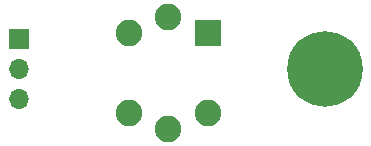
<source format=gbr>
%TF.GenerationSoftware,KiCad,Pcbnew,7.0.6*%
%TF.CreationDate,2023-12-01T18:18:27-07:00*%
%TF.ProjectId,modular sensor,6d6f6475-6c61-4722-9073-656e736f722e,1.0*%
%TF.SameCoordinates,Original*%
%TF.FileFunction,Copper,L2,Bot*%
%TF.FilePolarity,Positive*%
%FSLAX46Y46*%
G04 Gerber Fmt 4.6, Leading zero omitted, Abs format (unit mm)*
G04 Created by KiCad (PCBNEW 7.0.6) date 2023-12-01 18:18:27*
%MOMM*%
%LPD*%
G01*
G04 APERTURE LIST*
%TA.AperFunction,ComponentPad*%
%ADD10C,6.400000*%
%TD*%
%TA.AperFunction,ComponentPad*%
%ADD11R,2.250000X2.250000*%
%TD*%
%TA.AperFunction,ComponentPad*%
%ADD12C,2.250000*%
%TD*%
%TA.AperFunction,ComponentPad*%
%ADD13R,1.700000X1.700000*%
%TD*%
%TA.AperFunction,ComponentPad*%
%ADD14O,1.700000X1.700000*%
%TD*%
G04 APERTURE END LIST*
D10*
%TO.P,H1,1,1*%
%TO.N,unconnected-(H1-Pad1)*%
X152908000Y-93980000D03*
%TD*%
D11*
%TO.P,MQ-8,1,B1*%
%TO.N,/V_RL*%
X143002000Y-90932000D03*
D12*
%TO.P,MQ-8,2,VH-*%
%TO.N,GND*%
X139642000Y-89542000D03*
%TO.P,MQ-8,3,B2*%
%TO.N,/V_RL*%
X136282000Y-90932000D03*
%TO.P,MQ-8,4,A2*%
%TO.N,+5V*%
X136282000Y-97652000D03*
%TO.P,MQ-8,5,VH+*%
X139642000Y-99042000D03*
%TO.P,MQ-8,6,A1*%
X143002000Y-97652000D03*
%TD*%
D13*
%TO.P,J1,1,Pin_1*%
%TO.N,GND*%
X127000000Y-91440000D03*
D14*
%TO.P,J1,2,Pin_2*%
%TO.N,/V_RL*%
X127000000Y-93980000D03*
%TO.P,J1,3,Pin_3*%
%TO.N,+5V*%
X127000000Y-96520000D03*
%TD*%
M02*

</source>
